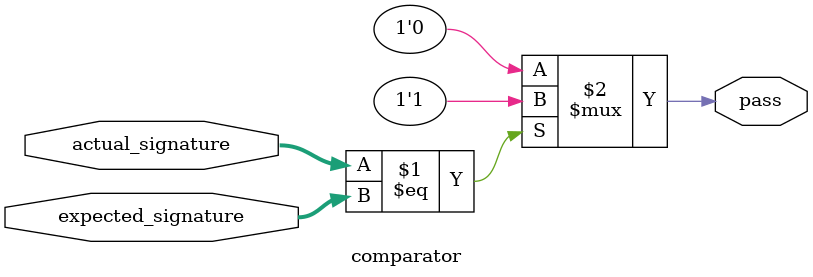
<source format=v>
module comparator(
	input wire [3:0] actual_signature,
	input wire [3:0] expected_signature,
	output wire pass
);
	assign pass = (actual_signature == expected_signature) ? 1'b1 : 1'b0;
endmodule	
</source>
